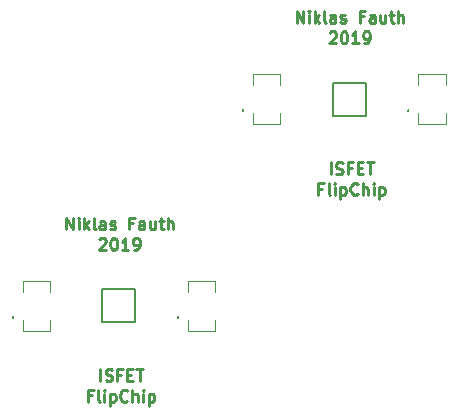
<source format=gto>
G04 #@! TF.GenerationSoftware,KiCad,Pcbnew,5.0.2-bee76a0~70~ubuntu18.04.1*
G04 #@! TF.CreationDate,2019-09-04T02:04:56+02:00*
G04 #@! TF.ProjectId,upper_Sensor,75707065-725f-4536-956e-736f722e6b69,rev?*
G04 #@! TF.SameCoordinates,Original*
G04 #@! TF.FileFunction,Legend,Top*
G04 #@! TF.FilePolarity,Positive*
%FSLAX46Y46*%
G04 Gerber Fmt 4.6, Leading zero omitted, Abs format (unit mm)*
G04 Created by KiCad (PCBNEW 5.0.2-bee76a0~70~ubuntu18.04.1) date Mi 04 Sep 2019 02:04:56 CEST*
%MOMM*%
%LPD*%
G01*
G04 APERTURE LIST*
%ADD10C,0.200000*%
%ADD11C,0.250000*%
%ADD12C,0.100000*%
G04 APERTURE END LIST*
D10*
X128100000Y-61100000D02*
X130900000Y-61100000D01*
D11*
X127931904Y-68857380D02*
X127931904Y-67857380D01*
X128360476Y-68809761D02*
X128503333Y-68857380D01*
X128741428Y-68857380D01*
X128836666Y-68809761D01*
X128884285Y-68762142D01*
X128931904Y-68666904D01*
X128931904Y-68571666D01*
X128884285Y-68476428D01*
X128836666Y-68428809D01*
X128741428Y-68381190D01*
X128550952Y-68333571D01*
X128455714Y-68285952D01*
X128408095Y-68238333D01*
X128360476Y-68143095D01*
X128360476Y-68047857D01*
X128408095Y-67952619D01*
X128455714Y-67905000D01*
X128550952Y-67857380D01*
X128789047Y-67857380D01*
X128931904Y-67905000D01*
X129693809Y-68333571D02*
X129360476Y-68333571D01*
X129360476Y-68857380D02*
X129360476Y-67857380D01*
X129836666Y-67857380D01*
X130217619Y-68333571D02*
X130550952Y-68333571D01*
X130693809Y-68857380D02*
X130217619Y-68857380D01*
X130217619Y-67857380D01*
X130693809Y-67857380D01*
X130979523Y-67857380D02*
X131550952Y-67857380D01*
X131265238Y-68857380D02*
X131265238Y-67857380D01*
X127217619Y-70083571D02*
X126884285Y-70083571D01*
X126884285Y-70607380D02*
X126884285Y-69607380D01*
X127360476Y-69607380D01*
X127884285Y-70607380D02*
X127789047Y-70559761D01*
X127741428Y-70464523D01*
X127741428Y-69607380D01*
X128265238Y-70607380D02*
X128265238Y-69940714D01*
X128265238Y-69607380D02*
X128217619Y-69655000D01*
X128265238Y-69702619D01*
X128312857Y-69655000D01*
X128265238Y-69607380D01*
X128265238Y-69702619D01*
X128741428Y-69940714D02*
X128741428Y-70940714D01*
X128741428Y-69988333D02*
X128836666Y-69940714D01*
X129027142Y-69940714D01*
X129122380Y-69988333D01*
X129170000Y-70035952D01*
X129217619Y-70131190D01*
X129217619Y-70416904D01*
X129170000Y-70512142D01*
X129122380Y-70559761D01*
X129027142Y-70607380D01*
X128836666Y-70607380D01*
X128741428Y-70559761D01*
X130217619Y-70512142D02*
X130170000Y-70559761D01*
X130027142Y-70607380D01*
X129931904Y-70607380D01*
X129789047Y-70559761D01*
X129693809Y-70464523D01*
X129646190Y-70369285D01*
X129598571Y-70178809D01*
X129598571Y-70035952D01*
X129646190Y-69845476D01*
X129693809Y-69750238D01*
X129789047Y-69655000D01*
X129931904Y-69607380D01*
X130027142Y-69607380D01*
X130170000Y-69655000D01*
X130217619Y-69702619D01*
X130646190Y-70607380D02*
X130646190Y-69607380D01*
X131074761Y-70607380D02*
X131074761Y-70083571D01*
X131027142Y-69988333D01*
X130931904Y-69940714D01*
X130789047Y-69940714D01*
X130693809Y-69988333D01*
X130646190Y-70035952D01*
X131550952Y-70607380D02*
X131550952Y-69940714D01*
X131550952Y-69607380D02*
X131503333Y-69655000D01*
X131550952Y-69702619D01*
X131598571Y-69655000D01*
X131550952Y-69607380D01*
X131550952Y-69702619D01*
X132027142Y-69940714D02*
X132027142Y-70940714D01*
X132027142Y-69988333D02*
X132122380Y-69940714D01*
X132312857Y-69940714D01*
X132408095Y-69988333D01*
X132455714Y-70035952D01*
X132503333Y-70131190D01*
X132503333Y-70416904D01*
X132455714Y-70512142D01*
X132408095Y-70559761D01*
X132312857Y-70607380D01*
X132122380Y-70607380D01*
X132027142Y-70559761D01*
D10*
X130900000Y-63900000D02*
X128100000Y-63900000D01*
X128100000Y-63900000D02*
X128100000Y-61100000D01*
D11*
X125040000Y-56017380D02*
X125040000Y-55017380D01*
X125611428Y-56017380D01*
X125611428Y-55017380D01*
X126087619Y-56017380D02*
X126087619Y-55350714D01*
X126087619Y-55017380D02*
X126040000Y-55065000D01*
X126087619Y-55112619D01*
X126135238Y-55065000D01*
X126087619Y-55017380D01*
X126087619Y-55112619D01*
X126563809Y-56017380D02*
X126563809Y-55017380D01*
X126659047Y-55636428D02*
X126944761Y-56017380D01*
X126944761Y-55350714D02*
X126563809Y-55731666D01*
X127516190Y-56017380D02*
X127420952Y-55969761D01*
X127373333Y-55874523D01*
X127373333Y-55017380D01*
X128325714Y-56017380D02*
X128325714Y-55493571D01*
X128278095Y-55398333D01*
X128182857Y-55350714D01*
X127992380Y-55350714D01*
X127897142Y-55398333D01*
X128325714Y-55969761D02*
X128230476Y-56017380D01*
X127992380Y-56017380D01*
X127897142Y-55969761D01*
X127849523Y-55874523D01*
X127849523Y-55779285D01*
X127897142Y-55684047D01*
X127992380Y-55636428D01*
X128230476Y-55636428D01*
X128325714Y-55588809D01*
X128754285Y-55969761D02*
X128849523Y-56017380D01*
X129040000Y-56017380D01*
X129135238Y-55969761D01*
X129182857Y-55874523D01*
X129182857Y-55826904D01*
X129135238Y-55731666D01*
X129040000Y-55684047D01*
X128897142Y-55684047D01*
X128801904Y-55636428D01*
X128754285Y-55541190D01*
X128754285Y-55493571D01*
X128801904Y-55398333D01*
X128897142Y-55350714D01*
X129040000Y-55350714D01*
X129135238Y-55398333D01*
X130706666Y-55493571D02*
X130373333Y-55493571D01*
X130373333Y-56017380D02*
X130373333Y-55017380D01*
X130849523Y-55017380D01*
X131659047Y-56017380D02*
X131659047Y-55493571D01*
X131611428Y-55398333D01*
X131516190Y-55350714D01*
X131325714Y-55350714D01*
X131230476Y-55398333D01*
X131659047Y-55969761D02*
X131563809Y-56017380D01*
X131325714Y-56017380D01*
X131230476Y-55969761D01*
X131182857Y-55874523D01*
X131182857Y-55779285D01*
X131230476Y-55684047D01*
X131325714Y-55636428D01*
X131563809Y-55636428D01*
X131659047Y-55588809D01*
X132563809Y-55350714D02*
X132563809Y-56017380D01*
X132135238Y-55350714D02*
X132135238Y-55874523D01*
X132182857Y-55969761D01*
X132278095Y-56017380D01*
X132420952Y-56017380D01*
X132516190Y-55969761D01*
X132563809Y-55922142D01*
X132897142Y-55350714D02*
X133278095Y-55350714D01*
X133040000Y-55017380D02*
X133040000Y-55874523D01*
X133087619Y-55969761D01*
X133182857Y-56017380D01*
X133278095Y-56017380D01*
X133611428Y-56017380D02*
X133611428Y-55017380D01*
X134040000Y-56017380D02*
X134040000Y-55493571D01*
X133992380Y-55398333D01*
X133897142Y-55350714D01*
X133754285Y-55350714D01*
X133659047Y-55398333D01*
X133611428Y-55445952D01*
X127825714Y-56862619D02*
X127873333Y-56815000D01*
X127968571Y-56767380D01*
X128206666Y-56767380D01*
X128301904Y-56815000D01*
X128349523Y-56862619D01*
X128397142Y-56957857D01*
X128397142Y-57053095D01*
X128349523Y-57195952D01*
X127778095Y-57767380D01*
X128397142Y-57767380D01*
X129016190Y-56767380D02*
X129111428Y-56767380D01*
X129206666Y-56815000D01*
X129254285Y-56862619D01*
X129301904Y-56957857D01*
X129349523Y-57148333D01*
X129349523Y-57386428D01*
X129301904Y-57576904D01*
X129254285Y-57672142D01*
X129206666Y-57719761D01*
X129111428Y-57767380D01*
X129016190Y-57767380D01*
X128920952Y-57719761D01*
X128873333Y-57672142D01*
X128825714Y-57576904D01*
X128778095Y-57386428D01*
X128778095Y-57148333D01*
X128825714Y-56957857D01*
X128873333Y-56862619D01*
X128920952Y-56815000D01*
X129016190Y-56767380D01*
X130301904Y-57767380D02*
X129730476Y-57767380D01*
X130016190Y-57767380D02*
X130016190Y-56767380D01*
X129920952Y-56910238D01*
X129825714Y-57005476D01*
X129730476Y-57053095D01*
X130778095Y-57767380D02*
X130968571Y-57767380D01*
X131063809Y-57719761D01*
X131111428Y-57672142D01*
X131206666Y-57529285D01*
X131254285Y-57338809D01*
X131254285Y-56957857D01*
X131206666Y-56862619D01*
X131159047Y-56815000D01*
X131063809Y-56767380D01*
X130873333Y-56767380D01*
X130778095Y-56815000D01*
X130730476Y-56862619D01*
X130682857Y-56957857D01*
X130682857Y-57195952D01*
X130730476Y-57291190D01*
X130778095Y-57338809D01*
X130873333Y-57386428D01*
X131063809Y-57386428D01*
X131159047Y-57338809D01*
X131206666Y-57291190D01*
X131254285Y-57195952D01*
D10*
X130900000Y-61100000D02*
X130900000Y-63900000D01*
D11*
X105540000Y-73517380D02*
X105540000Y-72517380D01*
X106111428Y-73517380D01*
X106111428Y-72517380D01*
X106587619Y-73517380D02*
X106587619Y-72850714D01*
X106587619Y-72517380D02*
X106540000Y-72565000D01*
X106587619Y-72612619D01*
X106635238Y-72565000D01*
X106587619Y-72517380D01*
X106587619Y-72612619D01*
X107063809Y-73517380D02*
X107063809Y-72517380D01*
X107159047Y-73136428D02*
X107444761Y-73517380D01*
X107444761Y-72850714D02*
X107063809Y-73231666D01*
X108016190Y-73517380D02*
X107920952Y-73469761D01*
X107873333Y-73374523D01*
X107873333Y-72517380D01*
X108825714Y-73517380D02*
X108825714Y-72993571D01*
X108778095Y-72898333D01*
X108682857Y-72850714D01*
X108492380Y-72850714D01*
X108397142Y-72898333D01*
X108825714Y-73469761D02*
X108730476Y-73517380D01*
X108492380Y-73517380D01*
X108397142Y-73469761D01*
X108349523Y-73374523D01*
X108349523Y-73279285D01*
X108397142Y-73184047D01*
X108492380Y-73136428D01*
X108730476Y-73136428D01*
X108825714Y-73088809D01*
X109254285Y-73469761D02*
X109349523Y-73517380D01*
X109540000Y-73517380D01*
X109635238Y-73469761D01*
X109682857Y-73374523D01*
X109682857Y-73326904D01*
X109635238Y-73231666D01*
X109540000Y-73184047D01*
X109397142Y-73184047D01*
X109301904Y-73136428D01*
X109254285Y-73041190D01*
X109254285Y-72993571D01*
X109301904Y-72898333D01*
X109397142Y-72850714D01*
X109540000Y-72850714D01*
X109635238Y-72898333D01*
X111206666Y-72993571D02*
X110873333Y-72993571D01*
X110873333Y-73517380D02*
X110873333Y-72517380D01*
X111349523Y-72517380D01*
X112159047Y-73517380D02*
X112159047Y-72993571D01*
X112111428Y-72898333D01*
X112016190Y-72850714D01*
X111825714Y-72850714D01*
X111730476Y-72898333D01*
X112159047Y-73469761D02*
X112063809Y-73517380D01*
X111825714Y-73517380D01*
X111730476Y-73469761D01*
X111682857Y-73374523D01*
X111682857Y-73279285D01*
X111730476Y-73184047D01*
X111825714Y-73136428D01*
X112063809Y-73136428D01*
X112159047Y-73088809D01*
X113063809Y-72850714D02*
X113063809Y-73517380D01*
X112635238Y-72850714D02*
X112635238Y-73374523D01*
X112682857Y-73469761D01*
X112778095Y-73517380D01*
X112920952Y-73517380D01*
X113016190Y-73469761D01*
X113063809Y-73422142D01*
X113397142Y-72850714D02*
X113778095Y-72850714D01*
X113540000Y-72517380D02*
X113540000Y-73374523D01*
X113587619Y-73469761D01*
X113682857Y-73517380D01*
X113778095Y-73517380D01*
X114111428Y-73517380D02*
X114111428Y-72517380D01*
X114540000Y-73517380D02*
X114540000Y-72993571D01*
X114492380Y-72898333D01*
X114397142Y-72850714D01*
X114254285Y-72850714D01*
X114159047Y-72898333D01*
X114111428Y-72945952D01*
X108325714Y-74362619D02*
X108373333Y-74315000D01*
X108468571Y-74267380D01*
X108706666Y-74267380D01*
X108801904Y-74315000D01*
X108849523Y-74362619D01*
X108897142Y-74457857D01*
X108897142Y-74553095D01*
X108849523Y-74695952D01*
X108278095Y-75267380D01*
X108897142Y-75267380D01*
X109516190Y-74267380D02*
X109611428Y-74267380D01*
X109706666Y-74315000D01*
X109754285Y-74362619D01*
X109801904Y-74457857D01*
X109849523Y-74648333D01*
X109849523Y-74886428D01*
X109801904Y-75076904D01*
X109754285Y-75172142D01*
X109706666Y-75219761D01*
X109611428Y-75267380D01*
X109516190Y-75267380D01*
X109420952Y-75219761D01*
X109373333Y-75172142D01*
X109325714Y-75076904D01*
X109278095Y-74886428D01*
X109278095Y-74648333D01*
X109325714Y-74457857D01*
X109373333Y-74362619D01*
X109420952Y-74315000D01*
X109516190Y-74267380D01*
X110801904Y-75267380D02*
X110230476Y-75267380D01*
X110516190Y-75267380D02*
X110516190Y-74267380D01*
X110420952Y-74410238D01*
X110325714Y-74505476D01*
X110230476Y-74553095D01*
X111278095Y-75267380D02*
X111468571Y-75267380D01*
X111563809Y-75219761D01*
X111611428Y-75172142D01*
X111706666Y-75029285D01*
X111754285Y-74838809D01*
X111754285Y-74457857D01*
X111706666Y-74362619D01*
X111659047Y-74315000D01*
X111563809Y-74267380D01*
X111373333Y-74267380D01*
X111278095Y-74315000D01*
X111230476Y-74362619D01*
X111182857Y-74457857D01*
X111182857Y-74695952D01*
X111230476Y-74791190D01*
X111278095Y-74838809D01*
X111373333Y-74886428D01*
X111563809Y-74886428D01*
X111659047Y-74838809D01*
X111706666Y-74791190D01*
X111754285Y-74695952D01*
X108431904Y-86357380D02*
X108431904Y-85357380D01*
X108860476Y-86309761D02*
X109003333Y-86357380D01*
X109241428Y-86357380D01*
X109336666Y-86309761D01*
X109384285Y-86262142D01*
X109431904Y-86166904D01*
X109431904Y-86071666D01*
X109384285Y-85976428D01*
X109336666Y-85928809D01*
X109241428Y-85881190D01*
X109050952Y-85833571D01*
X108955714Y-85785952D01*
X108908095Y-85738333D01*
X108860476Y-85643095D01*
X108860476Y-85547857D01*
X108908095Y-85452619D01*
X108955714Y-85405000D01*
X109050952Y-85357380D01*
X109289047Y-85357380D01*
X109431904Y-85405000D01*
X110193809Y-85833571D02*
X109860476Y-85833571D01*
X109860476Y-86357380D02*
X109860476Y-85357380D01*
X110336666Y-85357380D01*
X110717619Y-85833571D02*
X111050952Y-85833571D01*
X111193809Y-86357380D02*
X110717619Y-86357380D01*
X110717619Y-85357380D01*
X111193809Y-85357380D01*
X111479523Y-85357380D02*
X112050952Y-85357380D01*
X111765238Y-86357380D02*
X111765238Y-85357380D01*
X107717619Y-87583571D02*
X107384285Y-87583571D01*
X107384285Y-88107380D02*
X107384285Y-87107380D01*
X107860476Y-87107380D01*
X108384285Y-88107380D02*
X108289047Y-88059761D01*
X108241428Y-87964523D01*
X108241428Y-87107380D01*
X108765238Y-88107380D02*
X108765238Y-87440714D01*
X108765238Y-87107380D02*
X108717619Y-87155000D01*
X108765238Y-87202619D01*
X108812857Y-87155000D01*
X108765238Y-87107380D01*
X108765238Y-87202619D01*
X109241428Y-87440714D02*
X109241428Y-88440714D01*
X109241428Y-87488333D02*
X109336666Y-87440714D01*
X109527142Y-87440714D01*
X109622380Y-87488333D01*
X109670000Y-87535952D01*
X109717619Y-87631190D01*
X109717619Y-87916904D01*
X109670000Y-88012142D01*
X109622380Y-88059761D01*
X109527142Y-88107380D01*
X109336666Y-88107380D01*
X109241428Y-88059761D01*
X110717619Y-88012142D02*
X110670000Y-88059761D01*
X110527142Y-88107380D01*
X110431904Y-88107380D01*
X110289047Y-88059761D01*
X110193809Y-87964523D01*
X110146190Y-87869285D01*
X110098571Y-87678809D01*
X110098571Y-87535952D01*
X110146190Y-87345476D01*
X110193809Y-87250238D01*
X110289047Y-87155000D01*
X110431904Y-87107380D01*
X110527142Y-87107380D01*
X110670000Y-87155000D01*
X110717619Y-87202619D01*
X111146190Y-88107380D02*
X111146190Y-87107380D01*
X111574761Y-88107380D02*
X111574761Y-87583571D01*
X111527142Y-87488333D01*
X111431904Y-87440714D01*
X111289047Y-87440714D01*
X111193809Y-87488333D01*
X111146190Y-87535952D01*
X112050952Y-88107380D02*
X112050952Y-87440714D01*
X112050952Y-87107380D02*
X112003333Y-87155000D01*
X112050952Y-87202619D01*
X112098571Y-87155000D01*
X112050952Y-87107380D01*
X112050952Y-87202619D01*
X112527142Y-87440714D02*
X112527142Y-88440714D01*
X112527142Y-87488333D02*
X112622380Y-87440714D01*
X112812857Y-87440714D01*
X112908095Y-87488333D01*
X112955714Y-87535952D01*
X113003333Y-87631190D01*
X113003333Y-87916904D01*
X112955714Y-88012142D01*
X112908095Y-88059761D01*
X112812857Y-88107380D01*
X112622380Y-88107380D01*
X112527142Y-88059761D01*
D10*
X108600000Y-78600000D02*
X111400000Y-78600000D01*
X108600000Y-81400000D02*
X108600000Y-78600000D01*
X111400000Y-81400000D02*
X108600000Y-81400000D01*
X111400000Y-78600000D02*
X111400000Y-81400000D01*
D12*
G04 #@! TO.C,J12*
X123660000Y-63700000D02*
X123660000Y-64610000D01*
X123660000Y-64610000D02*
X121340000Y-64610000D01*
X121340000Y-64610000D02*
X121340000Y-63700000D01*
X123660000Y-61300000D02*
X123660000Y-60390000D01*
X123660000Y-60390000D02*
X121340000Y-60390000D01*
X121340000Y-60390000D02*
X121340000Y-61300000D01*
D10*
X120500000Y-63500000D02*
X120500000Y-63500000D01*
X120500000Y-63400000D02*
X120500000Y-63400000D01*
X120500000Y-63400000D02*
G75*
G02X120500000Y-63500000I0J-50000D01*
G01*
X120500000Y-63500000D02*
G75*
G02X120500000Y-63400000I0J50000D01*
G01*
D12*
G04 #@! TO.C,J11*
X137660000Y-63700000D02*
X137660000Y-64610000D01*
X137660000Y-64610000D02*
X135340000Y-64610000D01*
X135340000Y-64610000D02*
X135340000Y-63700000D01*
X137660000Y-61300000D02*
X137660000Y-60390000D01*
X137660000Y-60390000D02*
X135340000Y-60390000D01*
X135340000Y-60390000D02*
X135340000Y-61300000D01*
D10*
X134500000Y-63500000D02*
X134500000Y-63500000D01*
X134500000Y-63400000D02*
X134500000Y-63400000D01*
X134500000Y-63400000D02*
G75*
G02X134500000Y-63500000I0J-50000D01*
G01*
X134500000Y-63500000D02*
G75*
G02X134500000Y-63400000I0J50000D01*
G01*
G04 #@! TO.C,J12*
X101000000Y-81000000D02*
G75*
G02X101000000Y-80900000I0J50000D01*
G01*
X101000000Y-80900000D02*
G75*
G02X101000000Y-81000000I0J-50000D01*
G01*
X101000000Y-80900000D02*
X101000000Y-80900000D01*
X101000000Y-81000000D02*
X101000000Y-81000000D01*
D12*
X101840000Y-77890000D02*
X101840000Y-78800000D01*
X104160000Y-77890000D02*
X101840000Y-77890000D01*
X104160000Y-78800000D02*
X104160000Y-77890000D01*
X101840000Y-82110000D02*
X101840000Y-81200000D01*
X104160000Y-82110000D02*
X101840000Y-82110000D01*
X104160000Y-81200000D02*
X104160000Y-82110000D01*
D10*
G04 #@! TO.C,J11*
X115000000Y-81000000D02*
G75*
G02X115000000Y-80900000I0J50000D01*
G01*
X115000000Y-80900000D02*
G75*
G02X115000000Y-81000000I0J-50000D01*
G01*
X115000000Y-80900000D02*
X115000000Y-80900000D01*
X115000000Y-81000000D02*
X115000000Y-81000000D01*
D12*
X115840000Y-77890000D02*
X115840000Y-78800000D01*
X118160000Y-77890000D02*
X115840000Y-77890000D01*
X118160000Y-78800000D02*
X118160000Y-77890000D01*
X115840000Y-82110000D02*
X115840000Y-81200000D01*
X118160000Y-82110000D02*
X115840000Y-82110000D01*
X118160000Y-81200000D02*
X118160000Y-82110000D01*
G04 #@! TD*
M02*

</source>
